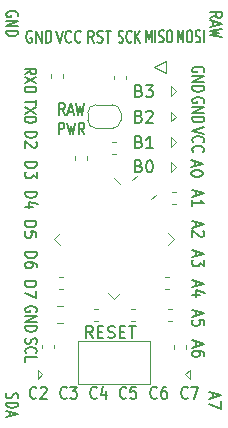
<source format=gbr>
G04 #@! TF.GenerationSoftware,KiCad,Pcbnew,5.1.2-f72e74a~84~ubuntu18.04.1*
G04 #@! TF.CreationDate,2019-12-11T23:46:12+03:00*
G04 #@! TF.ProjectId,OM-128,4f4d2d31-3238-42e6-9b69-6361645f7063,rev?*
G04 #@! TF.SameCoordinates,PX5f5e100PY7270e00*
G04 #@! TF.FileFunction,Legend,Top*
G04 #@! TF.FilePolarity,Positive*
%FSLAX46Y46*%
G04 Gerber Fmt 4.6, Leading zero omitted, Abs format (unit mm)*
G04 Created by KiCad (PCBNEW 5.1.2-f72e74a~84~ubuntu18.04.1) date 2019-12-11 23:46:12*
%MOMM*%
%LPD*%
G04 APERTURE LIST*
%ADD10C,0.150000*%
%ADD11C,0.120000*%
G04 APERTURE END LIST*
D10*
X3040476Y33550000D02*
X2964285Y33597620D01*
X2850000Y33597620D01*
X2735714Y33550000D01*
X2659523Y33454762D01*
X2621428Y33359524D01*
X2583333Y33169048D01*
X2583333Y33026191D01*
X2621428Y32835715D01*
X2659523Y32740477D01*
X2735714Y32645239D01*
X2850000Y32597620D01*
X2926190Y32597620D01*
X3040476Y32645239D01*
X3078571Y32692858D01*
X3078571Y33026191D01*
X2926190Y33026191D01*
X3421428Y32597620D02*
X3421428Y33597620D01*
X3878571Y32597620D01*
X3878571Y33597620D01*
X4259523Y32597620D02*
X4259523Y33597620D01*
X4450000Y33597620D01*
X4564285Y33550000D01*
X4640476Y33454762D01*
X4678571Y33359524D01*
X4716666Y33169048D01*
X4716666Y33026191D01*
X4678571Y32835715D01*
X4640476Y32740477D01*
X4564285Y32645239D01*
X4450000Y32597620D01*
X4259523Y32597620D01*
X1850000Y34809524D02*
X1897619Y34885715D01*
X1897619Y35000000D01*
X1850000Y35114286D01*
X1754761Y35190477D01*
X1659523Y35228572D01*
X1469047Y35266667D01*
X1326190Y35266667D01*
X1135714Y35228572D01*
X1040476Y35190477D01*
X945238Y35114286D01*
X897619Y35000000D01*
X897619Y34923810D01*
X945238Y34809524D01*
X992857Y34771429D01*
X1326190Y34771429D01*
X1326190Y34923810D01*
X897619Y34428572D02*
X1897619Y34428572D01*
X897619Y33971429D01*
X1897619Y33971429D01*
X897619Y33590477D02*
X1897619Y33590477D01*
X1897619Y33400000D01*
X1850000Y33285715D01*
X1754761Y33209524D01*
X1659523Y33171429D01*
X1469047Y33133334D01*
X1326190Y33133334D01*
X1135714Y33171429D01*
X1040476Y33209524D01*
X945238Y33285715D01*
X897619Y33400000D01*
X897619Y33590477D01*
X3450000Y9809524D02*
X3497619Y9885715D01*
X3497619Y10000000D01*
X3450000Y10114286D01*
X3354761Y10190477D01*
X3259523Y10228572D01*
X3069047Y10266667D01*
X2926190Y10266667D01*
X2735714Y10228572D01*
X2640476Y10190477D01*
X2545238Y10114286D01*
X2497619Y10000000D01*
X2497619Y9923810D01*
X2545238Y9809524D01*
X2592857Y9771429D01*
X2926190Y9771429D01*
X2926190Y9923810D01*
X2497619Y9428572D02*
X3497619Y9428572D01*
X2497619Y8971429D01*
X3497619Y8971429D01*
X2497619Y8590477D02*
X3497619Y8590477D01*
X3497619Y8400000D01*
X3450000Y8285715D01*
X3354761Y8209524D01*
X3259523Y8171429D01*
X3069047Y8133334D01*
X2926190Y8133334D01*
X2735714Y8171429D01*
X2640476Y8209524D01*
X2545238Y8285715D01*
X2497619Y8400000D01*
X2497619Y8590477D01*
X2447619Y12414286D02*
X3447619Y12414286D01*
X3447619Y12200000D01*
X3400000Y12071429D01*
X3304761Y11985715D01*
X3209523Y11942858D01*
X3019047Y11900000D01*
X2876190Y11900000D01*
X2685714Y11942858D01*
X2590476Y11985715D01*
X2495238Y12071429D01*
X2447619Y12200000D01*
X2447619Y12414286D01*
X3447619Y11600000D02*
X3447619Y11000000D01*
X2447619Y11385715D01*
X2497619Y14864286D02*
X3497619Y14864286D01*
X3497619Y14650000D01*
X3450000Y14521429D01*
X3354761Y14435715D01*
X3259523Y14392858D01*
X3069047Y14350000D01*
X2926190Y14350000D01*
X2735714Y14392858D01*
X2640476Y14435715D01*
X2545238Y14521429D01*
X2497619Y14650000D01*
X2497619Y14864286D01*
X3497619Y13578572D02*
X3497619Y13750000D01*
X3450000Y13835715D01*
X3402380Y13878572D01*
X3259523Y13964286D01*
X3069047Y14007143D01*
X2688095Y14007143D01*
X2592857Y13964286D01*
X2545238Y13921429D01*
X2497619Y13835715D01*
X2497619Y13664286D01*
X2545238Y13578572D01*
X2592857Y13535715D01*
X2688095Y13492858D01*
X2926190Y13492858D01*
X3021428Y13535715D01*
X3069047Y13578572D01*
X3116666Y13664286D01*
X3116666Y13835715D01*
X3069047Y13921429D01*
X3021428Y13964286D01*
X2926190Y14007143D01*
X2447619Y17464286D02*
X3447619Y17464286D01*
X3447619Y17250000D01*
X3400000Y17121429D01*
X3304761Y17035715D01*
X3209523Y16992858D01*
X3019047Y16950000D01*
X2876190Y16950000D01*
X2685714Y16992858D01*
X2590476Y17035715D01*
X2495238Y17121429D01*
X2447619Y17250000D01*
X2447619Y17464286D01*
X3447619Y16135715D02*
X3447619Y16564286D01*
X2971428Y16607143D01*
X3019047Y16564286D01*
X3066666Y16478572D01*
X3066666Y16264286D01*
X3019047Y16178572D01*
X2971428Y16135715D01*
X2876190Y16092858D01*
X2638095Y16092858D01*
X2542857Y16135715D01*
X2495238Y16178572D01*
X2447619Y16264286D01*
X2447619Y16478572D01*
X2495238Y16564286D01*
X2542857Y16607143D01*
X2497619Y19964286D02*
X3497619Y19964286D01*
X3497619Y19750000D01*
X3450000Y19621429D01*
X3354761Y19535715D01*
X3259523Y19492858D01*
X3069047Y19450000D01*
X2926190Y19450000D01*
X2735714Y19492858D01*
X2640476Y19535715D01*
X2545238Y19621429D01*
X2497619Y19750000D01*
X2497619Y19964286D01*
X3164285Y18678572D02*
X2497619Y18678572D01*
X3545238Y18892858D02*
X2830952Y19107143D01*
X2830952Y18550000D01*
X2497619Y22464286D02*
X3497619Y22464286D01*
X3497619Y22250000D01*
X3450000Y22121429D01*
X3354761Y22035715D01*
X3259523Y21992858D01*
X3069047Y21950000D01*
X2926190Y21950000D01*
X2735714Y21992858D01*
X2640476Y22035715D01*
X2545238Y22121429D01*
X2497619Y22250000D01*
X2497619Y22464286D01*
X3497619Y21650000D02*
X3497619Y21092858D01*
X3116666Y21392858D01*
X3116666Y21264286D01*
X3069047Y21178572D01*
X3021428Y21135715D01*
X2926190Y21092858D01*
X2688095Y21092858D01*
X2592857Y21135715D01*
X2545238Y21178572D01*
X2497619Y21264286D01*
X2497619Y21521429D01*
X2545238Y21607143D01*
X2592857Y21650000D01*
X5133333Y33597620D02*
X5400000Y32597620D01*
X5666666Y33597620D01*
X6390476Y32692858D02*
X6352380Y32645239D01*
X6238095Y32597620D01*
X6161904Y32597620D01*
X6047619Y32645239D01*
X5971428Y32740477D01*
X5933333Y32835715D01*
X5895238Y33026191D01*
X5895238Y33169048D01*
X5933333Y33359524D01*
X5971428Y33454762D01*
X6047619Y33550000D01*
X6161904Y33597620D01*
X6238095Y33597620D01*
X6352380Y33550000D01*
X6390476Y33502381D01*
X7190476Y32692858D02*
X7152380Y32645239D01*
X7038095Y32597620D01*
X6961904Y32597620D01*
X6847619Y32645239D01*
X6771428Y32740477D01*
X6733333Y32835715D01*
X6695238Y33026191D01*
X6695238Y33169048D01*
X6733333Y33359524D01*
X6771428Y33454762D01*
X6847619Y33550000D01*
X6961904Y33597620D01*
X7038095Y33597620D01*
X7152380Y33550000D01*
X7190476Y33502381D01*
X8311904Y32597620D02*
X8045238Y33073810D01*
X7854761Y32597620D02*
X7854761Y33597620D01*
X8159523Y33597620D01*
X8235714Y33550000D01*
X8273809Y33502381D01*
X8311904Y33407143D01*
X8311904Y33264286D01*
X8273809Y33169048D01*
X8235714Y33121429D01*
X8159523Y33073810D01*
X7854761Y33073810D01*
X8616666Y32645239D02*
X8730952Y32597620D01*
X8921428Y32597620D01*
X8997619Y32645239D01*
X9035714Y32692858D01*
X9073809Y32788096D01*
X9073809Y32883334D01*
X9035714Y32978572D01*
X8997619Y33026191D01*
X8921428Y33073810D01*
X8769047Y33121429D01*
X8692857Y33169048D01*
X8654761Y33216667D01*
X8616666Y33311905D01*
X8616666Y33407143D01*
X8654761Y33502381D01*
X8692857Y33550000D01*
X8769047Y33597620D01*
X8959523Y33597620D01*
X9073809Y33550000D01*
X9302380Y33597620D02*
X9759523Y33597620D01*
X9530952Y32597620D02*
X9530952Y33597620D01*
X10400000Y32645239D02*
X10500000Y32597620D01*
X10666666Y32597620D01*
X10733333Y32645239D01*
X10766666Y32692858D01*
X10800000Y32788096D01*
X10800000Y32883334D01*
X10766666Y32978572D01*
X10733333Y33026191D01*
X10666666Y33073810D01*
X10533333Y33121429D01*
X10466666Y33169048D01*
X10433333Y33216667D01*
X10400000Y33311905D01*
X10400000Y33407143D01*
X10433333Y33502381D01*
X10466666Y33550000D01*
X10533333Y33597620D01*
X10700000Y33597620D01*
X10800000Y33550000D01*
X11500000Y32692858D02*
X11466666Y32645239D01*
X11366666Y32597620D01*
X11300000Y32597620D01*
X11200000Y32645239D01*
X11133333Y32740477D01*
X11100000Y32835715D01*
X11066666Y33026191D01*
X11066666Y33169048D01*
X11100000Y33359524D01*
X11133333Y33454762D01*
X11200000Y33550000D01*
X11300000Y33597620D01*
X11366666Y33597620D01*
X11466666Y33550000D01*
X11500000Y33502381D01*
X11800000Y32597620D02*
X11800000Y33597620D01*
X12200000Y32597620D02*
X11900000Y33169048D01*
X12200000Y33597620D02*
X11800000Y33026191D01*
X15425000Y32622620D02*
X15425000Y33622620D01*
X15658333Y32908334D01*
X15891666Y33622620D01*
X15891666Y32622620D01*
X16358333Y33622620D02*
X16491666Y33622620D01*
X16558333Y33575000D01*
X16625000Y33479762D01*
X16658333Y33289286D01*
X16658333Y32955953D01*
X16625000Y32765477D01*
X16558333Y32670239D01*
X16491666Y32622620D01*
X16358333Y32622620D01*
X16291666Y32670239D01*
X16225000Y32765477D01*
X16191666Y32955953D01*
X16191666Y33289286D01*
X16225000Y33479762D01*
X16291666Y33575000D01*
X16358333Y33622620D01*
X16925000Y32670239D02*
X17025000Y32622620D01*
X17191666Y32622620D01*
X17258333Y32670239D01*
X17291666Y32717858D01*
X17325000Y32813096D01*
X17325000Y32908334D01*
X17291666Y33003572D01*
X17258333Y33051191D01*
X17191666Y33098810D01*
X17058333Y33146429D01*
X16991666Y33194048D01*
X16958333Y33241667D01*
X16925000Y33336905D01*
X16925000Y33432143D01*
X16958333Y33527381D01*
X16991666Y33575000D01*
X17058333Y33622620D01*
X17225000Y33622620D01*
X17325000Y33575000D01*
X17625000Y32622620D02*
X17625000Y33622620D01*
X12725000Y32622620D02*
X12725000Y33622620D01*
X12958333Y32908334D01*
X13191666Y33622620D01*
X13191666Y32622620D01*
X13525000Y32622620D02*
X13525000Y33622620D01*
X13825000Y32670239D02*
X13925000Y32622620D01*
X14091666Y32622620D01*
X14158333Y32670239D01*
X14191666Y32717858D01*
X14225000Y32813096D01*
X14225000Y32908334D01*
X14191666Y33003572D01*
X14158333Y33051191D01*
X14091666Y33098810D01*
X13958333Y33146429D01*
X13891666Y33194048D01*
X13858333Y33241667D01*
X13825000Y33336905D01*
X13825000Y33432143D01*
X13858333Y33527381D01*
X13891666Y33575000D01*
X13958333Y33622620D01*
X14125000Y33622620D01*
X14225000Y33575000D01*
X14658333Y33622620D02*
X14791666Y33622620D01*
X14858333Y33575000D01*
X14925000Y33479762D01*
X14958333Y33289286D01*
X14958333Y32955953D01*
X14925000Y32765477D01*
X14858333Y32670239D01*
X14791666Y32622620D01*
X14658333Y32622620D01*
X14591666Y32670239D01*
X14525000Y32765477D01*
X14491666Y32955953D01*
X14491666Y33289286D01*
X14525000Y33479762D01*
X14591666Y33575000D01*
X14658333Y33622620D01*
X18147619Y34702381D02*
X18623809Y34969048D01*
X18147619Y35159524D02*
X19147619Y35159524D01*
X19147619Y34854762D01*
X19100000Y34778572D01*
X19052380Y34740477D01*
X18957142Y34702381D01*
X18814285Y34702381D01*
X18719047Y34740477D01*
X18671428Y34778572D01*
X18623809Y34854762D01*
X18623809Y35159524D01*
X18433333Y34397620D02*
X18433333Y34016667D01*
X18147619Y34473810D02*
X19147619Y34207143D01*
X18147619Y33940477D01*
X19147619Y33750000D02*
X18147619Y33559524D01*
X18861904Y33407143D01*
X18147619Y33254762D01*
X19147619Y33064286D01*
X17600000Y30109524D02*
X17647619Y30185715D01*
X17647619Y30300000D01*
X17600000Y30414286D01*
X17504761Y30490477D01*
X17409523Y30528572D01*
X17219047Y30566667D01*
X17076190Y30566667D01*
X16885714Y30528572D01*
X16790476Y30490477D01*
X16695238Y30414286D01*
X16647619Y30300000D01*
X16647619Y30223810D01*
X16695238Y30109524D01*
X16742857Y30071429D01*
X17076190Y30071429D01*
X17076190Y30223810D01*
X16647619Y29728572D02*
X17647619Y29728572D01*
X16647619Y29271429D01*
X17647619Y29271429D01*
X16647619Y28890477D02*
X17647619Y28890477D01*
X17647619Y28700000D01*
X17600000Y28585715D01*
X17504761Y28509524D01*
X17409523Y28471429D01*
X17219047Y28433334D01*
X17076190Y28433334D01*
X16885714Y28471429D01*
X16790476Y28509524D01*
X16695238Y28585715D01*
X16647619Y28700000D01*
X16647619Y28890477D01*
X17600000Y27509524D02*
X17647619Y27585715D01*
X17647619Y27700000D01*
X17600000Y27814286D01*
X17504761Y27890477D01*
X17409523Y27928572D01*
X17219047Y27966667D01*
X17076190Y27966667D01*
X16885714Y27928572D01*
X16790476Y27890477D01*
X16695238Y27814286D01*
X16647619Y27700000D01*
X16647619Y27623810D01*
X16695238Y27509524D01*
X16742857Y27471429D01*
X17076190Y27471429D01*
X17076190Y27623810D01*
X16647619Y27128572D02*
X17647619Y27128572D01*
X16647619Y26671429D01*
X17647619Y26671429D01*
X16647619Y26290477D02*
X17647619Y26290477D01*
X17647619Y26100000D01*
X17600000Y25985715D01*
X17504761Y25909524D01*
X17409523Y25871429D01*
X17219047Y25833334D01*
X17076190Y25833334D01*
X16885714Y25871429D01*
X16790476Y25909524D01*
X16695238Y25985715D01*
X16647619Y26100000D01*
X16647619Y26290477D01*
X17647619Y25416667D02*
X16647619Y25150000D01*
X17647619Y24883334D01*
X16742857Y24159524D02*
X16695238Y24197620D01*
X16647619Y24311905D01*
X16647619Y24388096D01*
X16695238Y24502381D01*
X16790476Y24578572D01*
X16885714Y24616667D01*
X17076190Y24654762D01*
X17219047Y24654762D01*
X17409523Y24616667D01*
X17504761Y24578572D01*
X17600000Y24502381D01*
X17647619Y24388096D01*
X17647619Y24311905D01*
X17600000Y24197620D01*
X17552380Y24159524D01*
X16742857Y23359524D02*
X16695238Y23397620D01*
X16647619Y23511905D01*
X16647619Y23588096D01*
X16695238Y23702381D01*
X16790476Y23778572D01*
X16885714Y23816667D01*
X17076190Y23854762D01*
X17219047Y23854762D01*
X17409523Y23816667D01*
X17504761Y23778572D01*
X17600000Y23702381D01*
X17647619Y23588096D01*
X17647619Y23511905D01*
X17600000Y23397620D01*
X17552380Y23359524D01*
X16933333Y14942858D02*
X16933333Y14514286D01*
X16647619Y15028572D02*
X17647619Y14728572D01*
X16647619Y14428572D01*
X17647619Y14214286D02*
X17647619Y13657143D01*
X17266666Y13957143D01*
X17266666Y13828572D01*
X17219047Y13742858D01*
X17171428Y13700000D01*
X17076190Y13657143D01*
X16838095Y13657143D01*
X16742857Y13700000D01*
X16695238Y13742858D01*
X16647619Y13828572D01*
X16647619Y14085715D01*
X16695238Y14171429D01*
X16742857Y14214286D01*
X16933333Y12392858D02*
X16933333Y11964286D01*
X16647619Y12478572D02*
X17647619Y12178572D01*
X16647619Y11878572D01*
X17314285Y11192858D02*
X16647619Y11192858D01*
X17695238Y11407143D02*
X16980952Y11621429D01*
X16980952Y11064286D01*
X16933333Y9892858D02*
X16933333Y9464286D01*
X16647619Y9978572D02*
X17647619Y9678572D01*
X16647619Y9378572D01*
X17647619Y8650000D02*
X17647619Y9078572D01*
X17171428Y9121429D01*
X17219047Y9078572D01*
X17266666Y8992858D01*
X17266666Y8778572D01*
X17219047Y8692858D01*
X17171428Y8650000D01*
X17076190Y8607143D01*
X16838095Y8607143D01*
X16742857Y8650000D01*
X16695238Y8692858D01*
X16647619Y8778572D01*
X16647619Y8992858D01*
X16695238Y9078572D01*
X16742857Y9121429D01*
X16933333Y7292858D02*
X16933333Y6864286D01*
X16647619Y7378572D02*
X17647619Y7078572D01*
X16647619Y6778572D01*
X17647619Y6092858D02*
X17647619Y6264286D01*
X17600000Y6350000D01*
X17552380Y6392858D01*
X17409523Y6478572D01*
X17219047Y6521429D01*
X16838095Y6521429D01*
X16742857Y6478572D01*
X16695238Y6435715D01*
X16647619Y6350000D01*
X16647619Y6178572D01*
X16695238Y6092858D01*
X16742857Y6050000D01*
X16838095Y6007143D01*
X17076190Y6007143D01*
X17171428Y6050000D01*
X17219047Y6092858D01*
X17266666Y6178572D01*
X17266666Y6350000D01*
X17219047Y6435715D01*
X17171428Y6478572D01*
X17076190Y6521429D01*
X18383333Y2942858D02*
X18383333Y2514286D01*
X18097619Y3028572D02*
X19097619Y2728572D01*
X18097619Y2428572D01*
X19097619Y2214286D02*
X19097619Y1614286D01*
X18097619Y2000000D01*
X2545238Y7552381D02*
X2497619Y7438096D01*
X2497619Y7247620D01*
X2545238Y7171429D01*
X2592857Y7133334D01*
X2688095Y7095239D01*
X2783333Y7095239D01*
X2878571Y7133334D01*
X2926190Y7171429D01*
X2973809Y7247620D01*
X3021428Y7400000D01*
X3069047Y7476191D01*
X3116666Y7514286D01*
X3211904Y7552381D01*
X3307142Y7552381D01*
X3402380Y7514286D01*
X3450000Y7476191D01*
X3497619Y7400000D01*
X3497619Y7209524D01*
X3450000Y7095239D01*
X2592857Y6295239D02*
X2545238Y6333334D01*
X2497619Y6447620D01*
X2497619Y6523810D01*
X2545238Y6638096D01*
X2640476Y6714286D01*
X2735714Y6752381D01*
X2926190Y6790477D01*
X3069047Y6790477D01*
X3259523Y6752381D01*
X3354761Y6714286D01*
X3450000Y6638096D01*
X3497619Y6523810D01*
X3497619Y6447620D01*
X3450000Y6333334D01*
X3402380Y6295239D01*
X2497619Y5571429D02*
X2497619Y5952381D01*
X3497619Y5952381D01*
X945238Y2921429D02*
X897619Y2807143D01*
X897619Y2616667D01*
X945238Y2540477D01*
X992857Y2502381D01*
X1088095Y2464286D01*
X1183333Y2464286D01*
X1278571Y2502381D01*
X1326190Y2540477D01*
X1373809Y2616667D01*
X1421428Y2769048D01*
X1469047Y2845239D01*
X1516666Y2883334D01*
X1611904Y2921429D01*
X1707142Y2921429D01*
X1802380Y2883334D01*
X1850000Y2845239D01*
X1897619Y2769048D01*
X1897619Y2578572D01*
X1850000Y2464286D01*
X897619Y2121429D02*
X1897619Y2121429D01*
X1897619Y1930953D01*
X1850000Y1816667D01*
X1754761Y1740477D01*
X1659523Y1702381D01*
X1469047Y1664286D01*
X1326190Y1664286D01*
X1135714Y1702381D01*
X1040476Y1740477D01*
X945238Y1816667D01*
X897619Y1930953D01*
X897619Y2121429D01*
X1183333Y1359524D02*
X1183333Y978572D01*
X897619Y1435715D02*
X1897619Y1169048D01*
X897619Y902381D01*
X16250000Y2542858D02*
X16207142Y2495239D01*
X16078571Y2447620D01*
X15992857Y2447620D01*
X15864285Y2495239D01*
X15778571Y2590477D01*
X15735714Y2685715D01*
X15692857Y2876191D01*
X15692857Y3019048D01*
X15735714Y3209524D01*
X15778571Y3304762D01*
X15864285Y3400000D01*
X15992857Y3447620D01*
X16078571Y3447620D01*
X16207142Y3400000D01*
X16250000Y3352381D01*
X16550000Y3447620D02*
X17150000Y3447620D01*
X16764285Y2447620D01*
X13650000Y2542858D02*
X13607142Y2495239D01*
X13478571Y2447620D01*
X13392857Y2447620D01*
X13264285Y2495239D01*
X13178571Y2590477D01*
X13135714Y2685715D01*
X13092857Y2876191D01*
X13092857Y3019048D01*
X13135714Y3209524D01*
X13178571Y3304762D01*
X13264285Y3400000D01*
X13392857Y3447620D01*
X13478571Y3447620D01*
X13607142Y3400000D01*
X13650000Y3352381D01*
X14421428Y3447620D02*
X14250000Y3447620D01*
X14164285Y3400000D01*
X14121428Y3352381D01*
X14035714Y3209524D01*
X13992857Y3019048D01*
X13992857Y2638096D01*
X14035714Y2542858D01*
X14078571Y2495239D01*
X14164285Y2447620D01*
X14335714Y2447620D01*
X14421428Y2495239D01*
X14464285Y2542858D01*
X14507142Y2638096D01*
X14507142Y2876191D01*
X14464285Y2971429D01*
X14421428Y3019048D01*
X14335714Y3066667D01*
X14164285Y3066667D01*
X14078571Y3019048D01*
X14035714Y2971429D01*
X13992857Y2876191D01*
X11050000Y2542858D02*
X11007142Y2495239D01*
X10878571Y2447620D01*
X10792857Y2447620D01*
X10664285Y2495239D01*
X10578571Y2590477D01*
X10535714Y2685715D01*
X10492857Y2876191D01*
X10492857Y3019048D01*
X10535714Y3209524D01*
X10578571Y3304762D01*
X10664285Y3400000D01*
X10792857Y3447620D01*
X10878571Y3447620D01*
X11007142Y3400000D01*
X11050000Y3352381D01*
X11864285Y3447620D02*
X11435714Y3447620D01*
X11392857Y2971429D01*
X11435714Y3019048D01*
X11521428Y3066667D01*
X11735714Y3066667D01*
X11821428Y3019048D01*
X11864285Y2971429D01*
X11907142Y2876191D01*
X11907142Y2638096D01*
X11864285Y2542858D01*
X11821428Y2495239D01*
X11735714Y2447620D01*
X11521428Y2447620D01*
X11435714Y2495239D01*
X11392857Y2542858D01*
X8550000Y2542858D02*
X8507142Y2495239D01*
X8378571Y2447620D01*
X8292857Y2447620D01*
X8164285Y2495239D01*
X8078571Y2590477D01*
X8035714Y2685715D01*
X7992857Y2876191D01*
X7992857Y3019048D01*
X8035714Y3209524D01*
X8078571Y3304762D01*
X8164285Y3400000D01*
X8292857Y3447620D01*
X8378571Y3447620D01*
X8507142Y3400000D01*
X8550000Y3352381D01*
X9321428Y3114286D02*
X9321428Y2447620D01*
X9107142Y3495239D02*
X8892857Y2780953D01*
X9450000Y2780953D01*
X6000000Y2542858D02*
X5957142Y2495239D01*
X5828571Y2447620D01*
X5742857Y2447620D01*
X5614285Y2495239D01*
X5528571Y2590477D01*
X5485714Y2685715D01*
X5442857Y2876191D01*
X5442857Y3019048D01*
X5485714Y3209524D01*
X5528571Y3304762D01*
X5614285Y3400000D01*
X5742857Y3447620D01*
X5828571Y3447620D01*
X5957142Y3400000D01*
X6000000Y3352381D01*
X6300000Y3447620D02*
X6857142Y3447620D01*
X6557142Y3066667D01*
X6685714Y3066667D01*
X6771428Y3019048D01*
X6814285Y2971429D01*
X6857142Y2876191D01*
X6857142Y2638096D01*
X6814285Y2542858D01*
X6771428Y2495239D01*
X6685714Y2447620D01*
X6428571Y2447620D01*
X6342857Y2495239D01*
X6300000Y2542858D01*
X3450000Y2542858D02*
X3407142Y2495239D01*
X3278571Y2447620D01*
X3192857Y2447620D01*
X3064285Y2495239D01*
X2978571Y2590477D01*
X2935714Y2685715D01*
X2892857Y2876191D01*
X2892857Y3019048D01*
X2935714Y3209524D01*
X2978571Y3304762D01*
X3064285Y3400000D01*
X3192857Y3447620D01*
X3278571Y3447620D01*
X3407142Y3400000D01*
X3450000Y3352381D01*
X3792857Y3352381D02*
X3835714Y3400000D01*
X3921428Y3447620D01*
X4135714Y3447620D01*
X4221428Y3400000D01*
X4264285Y3352381D01*
X4307142Y3257143D01*
X4307142Y3161905D01*
X4264285Y3019048D01*
X3750000Y2447620D01*
X4307142Y2447620D01*
X3447619Y27759524D02*
X3447619Y27302381D01*
X2447619Y27530953D02*
X3447619Y27530953D01*
X3447619Y27111905D02*
X2447619Y26578572D01*
X3447619Y26578572D02*
X2447619Y27111905D01*
X2447619Y26273810D02*
X3447619Y26273810D01*
X3447619Y26083334D01*
X3400000Y25969048D01*
X3304761Y25892858D01*
X3209523Y25854762D01*
X3019047Y25816667D01*
X2876190Y25816667D01*
X2685714Y25854762D01*
X2590476Y25892858D01*
X2495238Y25969048D01*
X2447619Y26083334D01*
X2447619Y26273810D01*
X2447619Y29933334D02*
X2923809Y30200000D01*
X2447619Y30390477D02*
X3447619Y30390477D01*
X3447619Y30085715D01*
X3400000Y30009524D01*
X3352380Y29971429D01*
X3257142Y29933334D01*
X3114285Y29933334D01*
X3019047Y29971429D01*
X2971428Y30009524D01*
X2923809Y30085715D01*
X2923809Y30390477D01*
X3447619Y29666667D02*
X2447619Y29133334D01*
X3447619Y29133334D02*
X2447619Y29666667D01*
X2447619Y28828572D02*
X3447619Y28828572D01*
X3447619Y28638096D01*
X3400000Y28523810D01*
X3304761Y28447620D01*
X3209523Y28409524D01*
X3019047Y28371429D01*
X2876190Y28371429D01*
X2685714Y28409524D01*
X2590476Y28447620D01*
X2495238Y28523810D01*
X2447619Y28638096D01*
X2447619Y28828572D01*
X2497619Y25064286D02*
X3497619Y25064286D01*
X3497619Y24850000D01*
X3450000Y24721429D01*
X3354761Y24635715D01*
X3259523Y24592858D01*
X3069047Y24550000D01*
X2926190Y24550000D01*
X2735714Y24592858D01*
X2640476Y24635715D01*
X2545238Y24721429D01*
X2497619Y24850000D01*
X2497619Y25064286D01*
X3402380Y24207143D02*
X3450000Y24164286D01*
X3497619Y24078572D01*
X3497619Y23864286D01*
X3450000Y23778572D01*
X3402380Y23735715D01*
X3307142Y23692858D01*
X3211904Y23692858D01*
X3069047Y23735715D01*
X2497619Y24250000D01*
X2497619Y23692858D01*
X5847619Y26472620D02*
X5580952Y26948810D01*
X5390476Y26472620D02*
X5390476Y27472620D01*
X5695238Y27472620D01*
X5771428Y27425000D01*
X5809523Y27377381D01*
X5847619Y27282143D01*
X5847619Y27139286D01*
X5809523Y27044048D01*
X5771428Y26996429D01*
X5695238Y26948810D01*
X5390476Y26948810D01*
X6152380Y26758334D02*
X6533333Y26758334D01*
X6076190Y26472620D02*
X6342857Y27472620D01*
X6609523Y26472620D01*
X6800000Y27472620D02*
X6990476Y26472620D01*
X7142857Y27186905D01*
X7295238Y26472620D01*
X7485714Y27472620D01*
X5333333Y24822620D02*
X5333333Y25822620D01*
X5638095Y25822620D01*
X5714285Y25775000D01*
X5752380Y25727381D01*
X5790476Y25632143D01*
X5790476Y25489286D01*
X5752380Y25394048D01*
X5714285Y25346429D01*
X5638095Y25298810D01*
X5333333Y25298810D01*
X6057142Y25822620D02*
X6247619Y24822620D01*
X6400000Y25536905D01*
X6552380Y24822620D01*
X6742857Y25822620D01*
X7504761Y24822620D02*
X7238095Y25298810D01*
X7047619Y24822620D02*
X7047619Y25822620D01*
X7352380Y25822620D01*
X7428571Y25775000D01*
X7466666Y25727381D01*
X7504761Y25632143D01*
X7504761Y25489286D01*
X7466666Y25394048D01*
X7428571Y25346429D01*
X7352380Y25298810D01*
X7047619Y25298810D01*
X16933333Y17442858D02*
X16933333Y17014286D01*
X16647619Y17528572D02*
X17647619Y17228572D01*
X16647619Y16928572D01*
X17552380Y16671429D02*
X17600000Y16628572D01*
X17647619Y16542858D01*
X17647619Y16328572D01*
X17600000Y16242858D01*
X17552380Y16200000D01*
X17457142Y16157143D01*
X17361904Y16157143D01*
X17219047Y16200000D01*
X16647619Y16714286D01*
X16647619Y16157143D01*
X16933333Y20042858D02*
X16933333Y19614286D01*
X16647619Y20128572D02*
X17647619Y19828572D01*
X16647619Y19528572D01*
X16647619Y18757143D02*
X16647619Y19271429D01*
X16647619Y19014286D02*
X17647619Y19014286D01*
X17504761Y19100000D01*
X17409523Y19185715D01*
X17361904Y19271429D01*
X16833333Y22542858D02*
X16833333Y22114286D01*
X16547619Y22628572D02*
X17547619Y22328572D01*
X16547619Y22028572D01*
X17547619Y21557143D02*
X17547619Y21471429D01*
X17500000Y21385715D01*
X17452380Y21342858D01*
X17357142Y21300000D01*
X17166666Y21257143D01*
X16928571Y21257143D01*
X16738095Y21300000D01*
X16642857Y21342858D01*
X16595238Y21385715D01*
X16547619Y21471429D01*
X16547619Y21557143D01*
X16595238Y21642858D01*
X16642857Y21685715D01*
X16738095Y21728572D01*
X16928571Y21771429D01*
X17166666Y21771429D01*
X17357142Y21728572D01*
X17452380Y21685715D01*
X17500000Y21642858D01*
X17547619Y21557143D01*
D11*
X14592659Y16512652D02*
X15105311Y16000000D01*
X15105311Y16000000D02*
X14592659Y15487348D01*
X5407341Y15487348D02*
X4894689Y16000000D01*
X4894689Y16000000D02*
X5407341Y16512652D01*
X9487348Y11407341D02*
X10000000Y10894689D01*
X10000000Y10894689D02*
X10512652Y11407341D01*
X10512652Y20592659D02*
X10000000Y21105311D01*
X16437500Y4900000D02*
X16437500Y4100000D01*
X16037500Y4500000D02*
X16437500Y4900000D01*
X16037500Y4500000D02*
X16437500Y4100000D01*
X3550000Y4100000D02*
X3550000Y4900000D01*
X3950000Y4500000D02*
X3550000Y4100000D01*
X3950000Y4500000D02*
X3550000Y4900000D01*
X14400000Y31000000D02*
X14400000Y30000000D01*
X13400000Y30500000D02*
X14400000Y31000000D01*
X13400000Y30500000D02*
X14400000Y30000000D01*
X14840000Y28100000D02*
X14840000Y28900000D01*
X15240000Y28500000D02*
X14840000Y28100000D01*
X15240000Y28500000D02*
X14840000Y28900000D01*
X14830000Y25930000D02*
X14830000Y26730000D01*
X15230000Y26330000D02*
X14830000Y25930000D01*
X15230000Y26330000D02*
X14830000Y26730000D01*
X14840000Y23760000D02*
X14840000Y24560000D01*
X14840000Y24560000D02*
X15240000Y24160000D01*
X14840000Y23760000D02*
X15240000Y24160000D01*
X14840000Y21680000D02*
X14840000Y22480000D01*
X14840000Y21680000D02*
X15240000Y22080000D01*
X15240000Y22080000D02*
X14840000Y22480000D01*
X14662779Y12760000D02*
X14337221Y12760000D01*
X14662779Y11740000D02*
X14337221Y11740000D01*
X9990000Y29474721D02*
X9990000Y29800279D01*
X11010000Y29474721D02*
X11010000Y29800279D01*
X5710000Y29587221D02*
X5710000Y29912779D01*
X4690000Y29587221D02*
X4690000Y29912779D01*
X5662779Y11740000D02*
X5337221Y11740000D01*
X5662779Y12760000D02*
X5337221Y12760000D01*
X14899721Y18890000D02*
X15225279Y18890000D01*
X14899721Y19910000D02*
X15225279Y19910000D01*
X6740000Y22649721D02*
X6740000Y22975279D01*
X7760000Y22649721D02*
X7760000Y22975279D01*
X14922779Y9050000D02*
X14597221Y9050000D01*
X14922779Y10070000D02*
X14597221Y10070000D01*
X5191422Y10270000D02*
X5708578Y10270000D01*
X5191422Y8850000D02*
X5708578Y8850000D01*
X9890000Y27340000D02*
G75*
G02X10590000Y26640000I0J-700000D01*
G01*
X10590000Y26040000D02*
G75*
G02X9890000Y25340000I-700000J0D01*
G01*
X8490000Y25340000D02*
G75*
G02X7790000Y26040000I0J700000D01*
G01*
X7790000Y26640000D02*
G75*
G02X8490000Y27340000I700000J0D01*
G01*
X7790000Y26040000D02*
X7790000Y26640000D01*
X9890000Y25340000D02*
X8490000Y25340000D01*
X10590000Y26640000D02*
X10590000Y26040000D01*
X8490000Y27340000D02*
X9890000Y27340000D01*
X15090000Y6687221D02*
X15090000Y7012779D01*
X16110000Y6687221D02*
X16110000Y7012779D01*
X3940000Y6699721D02*
X3940000Y7025279D01*
X4960000Y6699721D02*
X4960000Y7025279D01*
X10150279Y24150000D02*
X9824721Y24150000D01*
X10150279Y23130000D02*
X9824721Y23130000D01*
X11750279Y10070000D02*
X11424721Y10070000D01*
X11750279Y9050000D02*
X11424721Y9050000D01*
X8662779Y9060000D02*
X8337221Y9060000D01*
X8662779Y10080000D02*
X8337221Y10080000D01*
X11920675Y21282878D02*
X11567122Y20929325D01*
X13532878Y19670675D02*
X13179325Y19317122D01*
X13060000Y3650000D02*
X6940000Y3650000D01*
X6940000Y3650000D02*
X6940000Y7350000D01*
X6940000Y7350000D02*
X13060000Y7350000D01*
X13060000Y7350000D02*
X13060000Y3650000D01*
D10*
X12115238Y28521429D02*
X12258095Y28473810D01*
X12305714Y28426191D01*
X12353333Y28330953D01*
X12353333Y28188096D01*
X12305714Y28092858D01*
X12258095Y28045239D01*
X12162857Y27997620D01*
X11781904Y27997620D01*
X11781904Y28997620D01*
X12115238Y28997620D01*
X12210476Y28950000D01*
X12258095Y28902381D01*
X12305714Y28807143D01*
X12305714Y28711905D01*
X12258095Y28616667D01*
X12210476Y28569048D01*
X12115238Y28521429D01*
X11781904Y28521429D01*
X12686666Y28997620D02*
X13305714Y28997620D01*
X12972380Y28616667D01*
X13115238Y28616667D01*
X13210476Y28569048D01*
X13258095Y28521429D01*
X13305714Y28426191D01*
X13305714Y28188096D01*
X13258095Y28092858D01*
X13210476Y28045239D01*
X13115238Y27997620D01*
X12829523Y27997620D01*
X12734285Y28045239D01*
X12686666Y28092858D01*
X12115238Y26351429D02*
X12258095Y26303810D01*
X12305714Y26256191D01*
X12353333Y26160953D01*
X12353333Y26018096D01*
X12305714Y25922858D01*
X12258095Y25875239D01*
X12162857Y25827620D01*
X11781904Y25827620D01*
X11781904Y26827620D01*
X12115238Y26827620D01*
X12210476Y26780000D01*
X12258095Y26732381D01*
X12305714Y26637143D01*
X12305714Y26541905D01*
X12258095Y26446667D01*
X12210476Y26399048D01*
X12115238Y26351429D01*
X11781904Y26351429D01*
X12734285Y26732381D02*
X12781904Y26780000D01*
X12877142Y26827620D01*
X13115238Y26827620D01*
X13210476Y26780000D01*
X13258095Y26732381D01*
X13305714Y26637143D01*
X13305714Y26541905D01*
X13258095Y26399048D01*
X12686666Y25827620D01*
X13305714Y25827620D01*
X12115238Y24191429D02*
X12258095Y24143810D01*
X12305714Y24096191D01*
X12353333Y24000953D01*
X12353333Y23858096D01*
X12305714Y23762858D01*
X12258095Y23715239D01*
X12162857Y23667620D01*
X11781904Y23667620D01*
X11781904Y24667620D01*
X12115238Y24667620D01*
X12210476Y24620000D01*
X12258095Y24572381D01*
X12305714Y24477143D01*
X12305714Y24381905D01*
X12258095Y24286667D01*
X12210476Y24239048D01*
X12115238Y24191429D01*
X11781904Y24191429D01*
X13305714Y23667620D02*
X12734285Y23667620D01*
X13020000Y23667620D02*
X13020000Y24667620D01*
X12924761Y24524762D01*
X12829523Y24429524D01*
X12734285Y24381905D01*
X12110238Y22151429D02*
X12253095Y22103810D01*
X12300714Y22056191D01*
X12348333Y21960953D01*
X12348333Y21818096D01*
X12300714Y21722858D01*
X12253095Y21675239D01*
X12157857Y21627620D01*
X11776904Y21627620D01*
X11776904Y22627620D01*
X12110238Y22627620D01*
X12205476Y22580000D01*
X12253095Y22532381D01*
X12300714Y22437143D01*
X12300714Y22341905D01*
X12253095Y22246667D01*
X12205476Y22199048D01*
X12110238Y22151429D01*
X11776904Y22151429D01*
X12967380Y22627620D02*
X13062619Y22627620D01*
X13157857Y22580000D01*
X13205476Y22532381D01*
X13253095Y22437143D01*
X13300714Y22246667D01*
X13300714Y22008572D01*
X13253095Y21818096D01*
X13205476Y21722858D01*
X13157857Y21675239D01*
X13062619Y21627620D01*
X12967380Y21627620D01*
X12872142Y21675239D01*
X12824523Y21722858D01*
X12776904Y21818096D01*
X12729285Y22008572D01*
X12729285Y22246667D01*
X12776904Y22437143D01*
X12824523Y22532381D01*
X12872142Y22580000D01*
X12967380Y22627620D01*
X8217619Y7587620D02*
X7884285Y8063810D01*
X7646190Y7587620D02*
X7646190Y8587620D01*
X8027142Y8587620D01*
X8122380Y8540000D01*
X8170000Y8492381D01*
X8217619Y8397143D01*
X8217619Y8254286D01*
X8170000Y8159048D01*
X8122380Y8111429D01*
X8027142Y8063810D01*
X7646190Y8063810D01*
X8646190Y8111429D02*
X8979523Y8111429D01*
X9122380Y7587620D02*
X8646190Y7587620D01*
X8646190Y8587620D01*
X9122380Y8587620D01*
X9503333Y7635239D02*
X9646190Y7587620D01*
X9884285Y7587620D01*
X9979523Y7635239D01*
X10027142Y7682858D01*
X10074761Y7778096D01*
X10074761Y7873334D01*
X10027142Y7968572D01*
X9979523Y8016191D01*
X9884285Y8063810D01*
X9693809Y8111429D01*
X9598571Y8159048D01*
X9550952Y8206667D01*
X9503333Y8301905D01*
X9503333Y8397143D01*
X9550952Y8492381D01*
X9598571Y8540000D01*
X9693809Y8587620D01*
X9931904Y8587620D01*
X10074761Y8540000D01*
X10503333Y8111429D02*
X10836666Y8111429D01*
X10979523Y7587620D02*
X10503333Y7587620D01*
X10503333Y8587620D01*
X10979523Y8587620D01*
X11265238Y8587620D02*
X11836666Y8587620D01*
X11550952Y7587620D02*
X11550952Y8587620D01*
M02*

</source>
